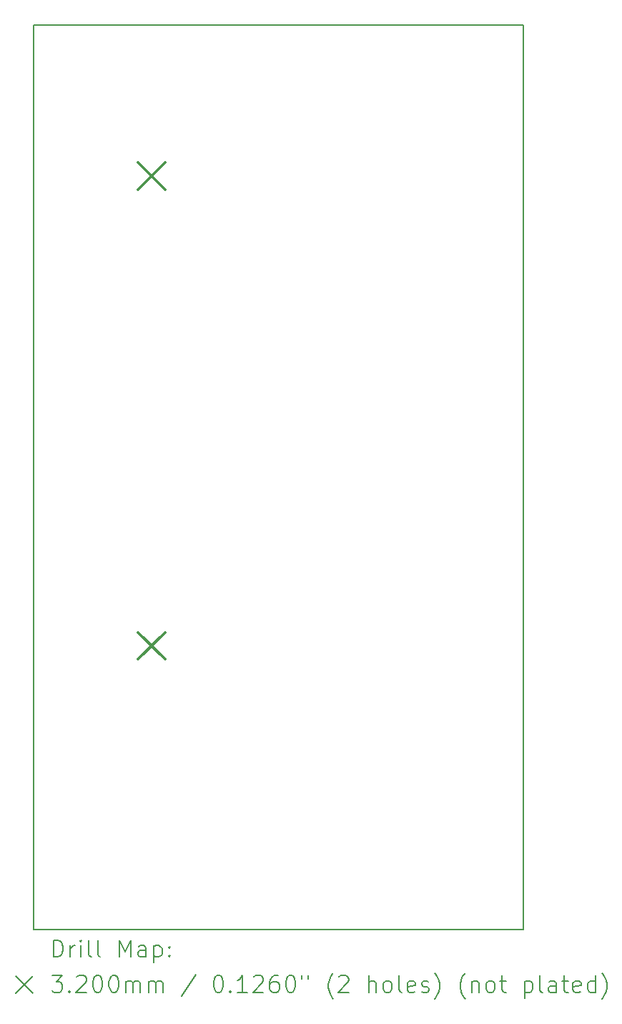
<source format=gbr>
%TF.GenerationSoftware,KiCad,Pcbnew,7.0.2*%
%TF.CreationDate,2023-07-06T08:05:11-07:00*%
%TF.ProjectId,LoRaWan_Bridge_w_Battery_CC1101flow,4c6f5261-5761-46e5-9f42-72696467655f,rev?*%
%TF.SameCoordinates,Original*%
%TF.FileFunction,Drillmap*%
%TF.FilePolarity,Positive*%
%FSLAX45Y45*%
G04 Gerber Fmt 4.5, Leading zero omitted, Abs format (unit mm)*
G04 Created by KiCad (PCBNEW 7.0.2) date 2023-07-06 08:05:11*
%MOMM*%
%LPD*%
G01*
G04 APERTURE LIST*
%ADD10C,0.200000*%
%ADD11C,0.320000*%
G04 APERTURE END LIST*
D10*
X8885600Y-3716000D02*
X14685600Y-3716000D01*
X14685600Y-14416000D01*
X8885600Y-14416000D01*
X8885600Y-3716000D01*
D11*
X10127000Y-5337500D02*
X10447000Y-5657500D01*
X10447000Y-5337500D02*
X10127000Y-5657500D01*
X10127000Y-10899000D02*
X10447000Y-11219000D01*
X10447000Y-10899000D02*
X10127000Y-11219000D01*
D10*
X9123219Y-14738524D02*
X9123219Y-14538524D01*
X9123219Y-14538524D02*
X9170838Y-14538524D01*
X9170838Y-14538524D02*
X9199410Y-14548048D01*
X9199410Y-14548048D02*
X9218457Y-14567095D01*
X9218457Y-14567095D02*
X9227981Y-14586143D01*
X9227981Y-14586143D02*
X9237505Y-14624238D01*
X9237505Y-14624238D02*
X9237505Y-14652809D01*
X9237505Y-14652809D02*
X9227981Y-14690905D01*
X9227981Y-14690905D02*
X9218457Y-14709952D01*
X9218457Y-14709952D02*
X9199410Y-14729000D01*
X9199410Y-14729000D02*
X9170838Y-14738524D01*
X9170838Y-14738524D02*
X9123219Y-14738524D01*
X9323219Y-14738524D02*
X9323219Y-14605190D01*
X9323219Y-14643286D02*
X9332743Y-14624238D01*
X9332743Y-14624238D02*
X9342267Y-14614714D01*
X9342267Y-14614714D02*
X9361314Y-14605190D01*
X9361314Y-14605190D02*
X9380362Y-14605190D01*
X9447029Y-14738524D02*
X9447029Y-14605190D01*
X9447029Y-14538524D02*
X9437505Y-14548048D01*
X9437505Y-14548048D02*
X9447029Y-14557571D01*
X9447029Y-14557571D02*
X9456552Y-14548048D01*
X9456552Y-14548048D02*
X9447029Y-14538524D01*
X9447029Y-14538524D02*
X9447029Y-14557571D01*
X9570838Y-14738524D02*
X9551790Y-14729000D01*
X9551790Y-14729000D02*
X9542267Y-14709952D01*
X9542267Y-14709952D02*
X9542267Y-14538524D01*
X9675600Y-14738524D02*
X9656552Y-14729000D01*
X9656552Y-14729000D02*
X9647029Y-14709952D01*
X9647029Y-14709952D02*
X9647029Y-14538524D01*
X9904171Y-14738524D02*
X9904171Y-14538524D01*
X9904171Y-14538524D02*
X9970838Y-14681381D01*
X9970838Y-14681381D02*
X10037505Y-14538524D01*
X10037505Y-14538524D02*
X10037505Y-14738524D01*
X10218457Y-14738524D02*
X10218457Y-14633762D01*
X10218457Y-14633762D02*
X10208933Y-14614714D01*
X10208933Y-14614714D02*
X10189886Y-14605190D01*
X10189886Y-14605190D02*
X10151790Y-14605190D01*
X10151790Y-14605190D02*
X10132743Y-14614714D01*
X10218457Y-14729000D02*
X10199410Y-14738524D01*
X10199410Y-14738524D02*
X10151790Y-14738524D01*
X10151790Y-14738524D02*
X10132743Y-14729000D01*
X10132743Y-14729000D02*
X10123219Y-14709952D01*
X10123219Y-14709952D02*
X10123219Y-14690905D01*
X10123219Y-14690905D02*
X10132743Y-14671857D01*
X10132743Y-14671857D02*
X10151790Y-14662333D01*
X10151790Y-14662333D02*
X10199410Y-14662333D01*
X10199410Y-14662333D02*
X10218457Y-14652809D01*
X10313695Y-14605190D02*
X10313695Y-14805190D01*
X10313695Y-14614714D02*
X10332743Y-14605190D01*
X10332743Y-14605190D02*
X10370838Y-14605190D01*
X10370838Y-14605190D02*
X10389886Y-14614714D01*
X10389886Y-14614714D02*
X10399410Y-14624238D01*
X10399410Y-14624238D02*
X10408933Y-14643286D01*
X10408933Y-14643286D02*
X10408933Y-14700428D01*
X10408933Y-14700428D02*
X10399410Y-14719476D01*
X10399410Y-14719476D02*
X10389886Y-14729000D01*
X10389886Y-14729000D02*
X10370838Y-14738524D01*
X10370838Y-14738524D02*
X10332743Y-14738524D01*
X10332743Y-14738524D02*
X10313695Y-14729000D01*
X10494648Y-14719476D02*
X10504171Y-14729000D01*
X10504171Y-14729000D02*
X10494648Y-14738524D01*
X10494648Y-14738524D02*
X10485124Y-14729000D01*
X10485124Y-14729000D02*
X10494648Y-14719476D01*
X10494648Y-14719476D02*
X10494648Y-14738524D01*
X10494648Y-14614714D02*
X10504171Y-14624238D01*
X10504171Y-14624238D02*
X10494648Y-14633762D01*
X10494648Y-14633762D02*
X10485124Y-14624238D01*
X10485124Y-14624238D02*
X10494648Y-14614714D01*
X10494648Y-14614714D02*
X10494648Y-14633762D01*
X8675600Y-14966000D02*
X8875600Y-15166000D01*
X8875600Y-14966000D02*
X8675600Y-15166000D01*
X9104171Y-14958524D02*
X9227981Y-14958524D01*
X9227981Y-14958524D02*
X9161314Y-15034714D01*
X9161314Y-15034714D02*
X9189886Y-15034714D01*
X9189886Y-15034714D02*
X9208933Y-15044238D01*
X9208933Y-15044238D02*
X9218457Y-15053762D01*
X9218457Y-15053762D02*
X9227981Y-15072809D01*
X9227981Y-15072809D02*
X9227981Y-15120428D01*
X9227981Y-15120428D02*
X9218457Y-15139476D01*
X9218457Y-15139476D02*
X9208933Y-15149000D01*
X9208933Y-15149000D02*
X9189886Y-15158524D01*
X9189886Y-15158524D02*
X9132743Y-15158524D01*
X9132743Y-15158524D02*
X9113695Y-15149000D01*
X9113695Y-15149000D02*
X9104171Y-15139476D01*
X9313695Y-15139476D02*
X9323219Y-15149000D01*
X9323219Y-15149000D02*
X9313695Y-15158524D01*
X9313695Y-15158524D02*
X9304171Y-15149000D01*
X9304171Y-15149000D02*
X9313695Y-15139476D01*
X9313695Y-15139476D02*
X9313695Y-15158524D01*
X9399410Y-14977571D02*
X9408933Y-14968048D01*
X9408933Y-14968048D02*
X9427981Y-14958524D01*
X9427981Y-14958524D02*
X9475600Y-14958524D01*
X9475600Y-14958524D02*
X9494648Y-14968048D01*
X9494648Y-14968048D02*
X9504171Y-14977571D01*
X9504171Y-14977571D02*
X9513695Y-14996619D01*
X9513695Y-14996619D02*
X9513695Y-15015667D01*
X9513695Y-15015667D02*
X9504171Y-15044238D01*
X9504171Y-15044238D02*
X9389886Y-15158524D01*
X9389886Y-15158524D02*
X9513695Y-15158524D01*
X9637505Y-14958524D02*
X9656552Y-14958524D01*
X9656552Y-14958524D02*
X9675600Y-14968048D01*
X9675600Y-14968048D02*
X9685124Y-14977571D01*
X9685124Y-14977571D02*
X9694648Y-14996619D01*
X9694648Y-14996619D02*
X9704171Y-15034714D01*
X9704171Y-15034714D02*
X9704171Y-15082333D01*
X9704171Y-15082333D02*
X9694648Y-15120428D01*
X9694648Y-15120428D02*
X9685124Y-15139476D01*
X9685124Y-15139476D02*
X9675600Y-15149000D01*
X9675600Y-15149000D02*
X9656552Y-15158524D01*
X9656552Y-15158524D02*
X9637505Y-15158524D01*
X9637505Y-15158524D02*
X9618457Y-15149000D01*
X9618457Y-15149000D02*
X9608933Y-15139476D01*
X9608933Y-15139476D02*
X9599410Y-15120428D01*
X9599410Y-15120428D02*
X9589886Y-15082333D01*
X9589886Y-15082333D02*
X9589886Y-15034714D01*
X9589886Y-15034714D02*
X9599410Y-14996619D01*
X9599410Y-14996619D02*
X9608933Y-14977571D01*
X9608933Y-14977571D02*
X9618457Y-14968048D01*
X9618457Y-14968048D02*
X9637505Y-14958524D01*
X9827981Y-14958524D02*
X9847029Y-14958524D01*
X9847029Y-14958524D02*
X9866076Y-14968048D01*
X9866076Y-14968048D02*
X9875600Y-14977571D01*
X9875600Y-14977571D02*
X9885124Y-14996619D01*
X9885124Y-14996619D02*
X9894648Y-15034714D01*
X9894648Y-15034714D02*
X9894648Y-15082333D01*
X9894648Y-15082333D02*
X9885124Y-15120428D01*
X9885124Y-15120428D02*
X9875600Y-15139476D01*
X9875600Y-15139476D02*
X9866076Y-15149000D01*
X9866076Y-15149000D02*
X9847029Y-15158524D01*
X9847029Y-15158524D02*
X9827981Y-15158524D01*
X9827981Y-15158524D02*
X9808933Y-15149000D01*
X9808933Y-15149000D02*
X9799410Y-15139476D01*
X9799410Y-15139476D02*
X9789886Y-15120428D01*
X9789886Y-15120428D02*
X9780362Y-15082333D01*
X9780362Y-15082333D02*
X9780362Y-15034714D01*
X9780362Y-15034714D02*
X9789886Y-14996619D01*
X9789886Y-14996619D02*
X9799410Y-14977571D01*
X9799410Y-14977571D02*
X9808933Y-14968048D01*
X9808933Y-14968048D02*
X9827981Y-14958524D01*
X9980362Y-15158524D02*
X9980362Y-15025190D01*
X9980362Y-15044238D02*
X9989886Y-15034714D01*
X9989886Y-15034714D02*
X10008933Y-15025190D01*
X10008933Y-15025190D02*
X10037505Y-15025190D01*
X10037505Y-15025190D02*
X10056552Y-15034714D01*
X10056552Y-15034714D02*
X10066076Y-15053762D01*
X10066076Y-15053762D02*
X10066076Y-15158524D01*
X10066076Y-15053762D02*
X10075600Y-15034714D01*
X10075600Y-15034714D02*
X10094648Y-15025190D01*
X10094648Y-15025190D02*
X10123219Y-15025190D01*
X10123219Y-15025190D02*
X10142267Y-15034714D01*
X10142267Y-15034714D02*
X10151791Y-15053762D01*
X10151791Y-15053762D02*
X10151791Y-15158524D01*
X10247029Y-15158524D02*
X10247029Y-15025190D01*
X10247029Y-15044238D02*
X10256552Y-15034714D01*
X10256552Y-15034714D02*
X10275600Y-15025190D01*
X10275600Y-15025190D02*
X10304172Y-15025190D01*
X10304172Y-15025190D02*
X10323219Y-15034714D01*
X10323219Y-15034714D02*
X10332743Y-15053762D01*
X10332743Y-15053762D02*
X10332743Y-15158524D01*
X10332743Y-15053762D02*
X10342267Y-15034714D01*
X10342267Y-15034714D02*
X10361314Y-15025190D01*
X10361314Y-15025190D02*
X10389886Y-15025190D01*
X10389886Y-15025190D02*
X10408933Y-15034714D01*
X10408933Y-15034714D02*
X10418457Y-15053762D01*
X10418457Y-15053762D02*
X10418457Y-15158524D01*
X10808933Y-14949000D02*
X10637505Y-15206143D01*
X11066076Y-14958524D02*
X11085124Y-14958524D01*
X11085124Y-14958524D02*
X11104172Y-14968048D01*
X11104172Y-14968048D02*
X11113695Y-14977571D01*
X11113695Y-14977571D02*
X11123219Y-14996619D01*
X11123219Y-14996619D02*
X11132743Y-15034714D01*
X11132743Y-15034714D02*
X11132743Y-15082333D01*
X11132743Y-15082333D02*
X11123219Y-15120428D01*
X11123219Y-15120428D02*
X11113695Y-15139476D01*
X11113695Y-15139476D02*
X11104172Y-15149000D01*
X11104172Y-15149000D02*
X11085124Y-15158524D01*
X11085124Y-15158524D02*
X11066076Y-15158524D01*
X11066076Y-15158524D02*
X11047029Y-15149000D01*
X11047029Y-15149000D02*
X11037505Y-15139476D01*
X11037505Y-15139476D02*
X11027981Y-15120428D01*
X11027981Y-15120428D02*
X11018457Y-15082333D01*
X11018457Y-15082333D02*
X11018457Y-15034714D01*
X11018457Y-15034714D02*
X11027981Y-14996619D01*
X11027981Y-14996619D02*
X11037505Y-14977571D01*
X11037505Y-14977571D02*
X11047029Y-14968048D01*
X11047029Y-14968048D02*
X11066076Y-14958524D01*
X11218457Y-15139476D02*
X11227981Y-15149000D01*
X11227981Y-15149000D02*
X11218457Y-15158524D01*
X11218457Y-15158524D02*
X11208933Y-15149000D01*
X11208933Y-15149000D02*
X11218457Y-15139476D01*
X11218457Y-15139476D02*
X11218457Y-15158524D01*
X11418457Y-15158524D02*
X11304172Y-15158524D01*
X11361314Y-15158524D02*
X11361314Y-14958524D01*
X11361314Y-14958524D02*
X11342267Y-14987095D01*
X11342267Y-14987095D02*
X11323219Y-15006143D01*
X11323219Y-15006143D02*
X11304172Y-15015667D01*
X11494648Y-14977571D02*
X11504172Y-14968048D01*
X11504172Y-14968048D02*
X11523219Y-14958524D01*
X11523219Y-14958524D02*
X11570838Y-14958524D01*
X11570838Y-14958524D02*
X11589886Y-14968048D01*
X11589886Y-14968048D02*
X11599410Y-14977571D01*
X11599410Y-14977571D02*
X11608933Y-14996619D01*
X11608933Y-14996619D02*
X11608933Y-15015667D01*
X11608933Y-15015667D02*
X11599410Y-15044238D01*
X11599410Y-15044238D02*
X11485124Y-15158524D01*
X11485124Y-15158524D02*
X11608933Y-15158524D01*
X11780362Y-14958524D02*
X11742267Y-14958524D01*
X11742267Y-14958524D02*
X11723219Y-14968048D01*
X11723219Y-14968048D02*
X11713695Y-14977571D01*
X11713695Y-14977571D02*
X11694648Y-15006143D01*
X11694648Y-15006143D02*
X11685124Y-15044238D01*
X11685124Y-15044238D02*
X11685124Y-15120428D01*
X11685124Y-15120428D02*
X11694648Y-15139476D01*
X11694648Y-15139476D02*
X11704172Y-15149000D01*
X11704172Y-15149000D02*
X11723219Y-15158524D01*
X11723219Y-15158524D02*
X11761314Y-15158524D01*
X11761314Y-15158524D02*
X11780362Y-15149000D01*
X11780362Y-15149000D02*
X11789886Y-15139476D01*
X11789886Y-15139476D02*
X11799410Y-15120428D01*
X11799410Y-15120428D02*
X11799410Y-15072809D01*
X11799410Y-15072809D02*
X11789886Y-15053762D01*
X11789886Y-15053762D02*
X11780362Y-15044238D01*
X11780362Y-15044238D02*
X11761314Y-15034714D01*
X11761314Y-15034714D02*
X11723219Y-15034714D01*
X11723219Y-15034714D02*
X11704172Y-15044238D01*
X11704172Y-15044238D02*
X11694648Y-15053762D01*
X11694648Y-15053762D02*
X11685124Y-15072809D01*
X11923219Y-14958524D02*
X11942267Y-14958524D01*
X11942267Y-14958524D02*
X11961314Y-14968048D01*
X11961314Y-14968048D02*
X11970838Y-14977571D01*
X11970838Y-14977571D02*
X11980362Y-14996619D01*
X11980362Y-14996619D02*
X11989886Y-15034714D01*
X11989886Y-15034714D02*
X11989886Y-15082333D01*
X11989886Y-15082333D02*
X11980362Y-15120428D01*
X11980362Y-15120428D02*
X11970838Y-15139476D01*
X11970838Y-15139476D02*
X11961314Y-15149000D01*
X11961314Y-15149000D02*
X11942267Y-15158524D01*
X11942267Y-15158524D02*
X11923219Y-15158524D01*
X11923219Y-15158524D02*
X11904172Y-15149000D01*
X11904172Y-15149000D02*
X11894648Y-15139476D01*
X11894648Y-15139476D02*
X11885124Y-15120428D01*
X11885124Y-15120428D02*
X11875600Y-15082333D01*
X11875600Y-15082333D02*
X11875600Y-15034714D01*
X11875600Y-15034714D02*
X11885124Y-14996619D01*
X11885124Y-14996619D02*
X11894648Y-14977571D01*
X11894648Y-14977571D02*
X11904172Y-14968048D01*
X11904172Y-14968048D02*
X11923219Y-14958524D01*
X12066076Y-14958524D02*
X12066076Y-14996619D01*
X12142267Y-14958524D02*
X12142267Y-14996619D01*
X12437505Y-15234714D02*
X12427981Y-15225190D01*
X12427981Y-15225190D02*
X12408934Y-15196619D01*
X12408934Y-15196619D02*
X12399410Y-15177571D01*
X12399410Y-15177571D02*
X12389886Y-15149000D01*
X12389886Y-15149000D02*
X12380362Y-15101381D01*
X12380362Y-15101381D02*
X12380362Y-15063286D01*
X12380362Y-15063286D02*
X12389886Y-15015667D01*
X12389886Y-15015667D02*
X12399410Y-14987095D01*
X12399410Y-14987095D02*
X12408934Y-14968048D01*
X12408934Y-14968048D02*
X12427981Y-14939476D01*
X12427981Y-14939476D02*
X12437505Y-14929952D01*
X12504172Y-14977571D02*
X12513695Y-14968048D01*
X12513695Y-14968048D02*
X12532743Y-14958524D01*
X12532743Y-14958524D02*
X12580362Y-14958524D01*
X12580362Y-14958524D02*
X12599410Y-14968048D01*
X12599410Y-14968048D02*
X12608934Y-14977571D01*
X12608934Y-14977571D02*
X12618457Y-14996619D01*
X12618457Y-14996619D02*
X12618457Y-15015667D01*
X12618457Y-15015667D02*
X12608934Y-15044238D01*
X12608934Y-15044238D02*
X12494648Y-15158524D01*
X12494648Y-15158524D02*
X12618457Y-15158524D01*
X12856553Y-15158524D02*
X12856553Y-14958524D01*
X12942267Y-15158524D02*
X12942267Y-15053762D01*
X12942267Y-15053762D02*
X12932743Y-15034714D01*
X12932743Y-15034714D02*
X12913696Y-15025190D01*
X12913696Y-15025190D02*
X12885124Y-15025190D01*
X12885124Y-15025190D02*
X12866076Y-15034714D01*
X12866076Y-15034714D02*
X12856553Y-15044238D01*
X13066076Y-15158524D02*
X13047029Y-15149000D01*
X13047029Y-15149000D02*
X13037505Y-15139476D01*
X13037505Y-15139476D02*
X13027981Y-15120428D01*
X13027981Y-15120428D02*
X13027981Y-15063286D01*
X13027981Y-15063286D02*
X13037505Y-15044238D01*
X13037505Y-15044238D02*
X13047029Y-15034714D01*
X13047029Y-15034714D02*
X13066076Y-15025190D01*
X13066076Y-15025190D02*
X13094648Y-15025190D01*
X13094648Y-15025190D02*
X13113696Y-15034714D01*
X13113696Y-15034714D02*
X13123219Y-15044238D01*
X13123219Y-15044238D02*
X13132743Y-15063286D01*
X13132743Y-15063286D02*
X13132743Y-15120428D01*
X13132743Y-15120428D02*
X13123219Y-15139476D01*
X13123219Y-15139476D02*
X13113696Y-15149000D01*
X13113696Y-15149000D02*
X13094648Y-15158524D01*
X13094648Y-15158524D02*
X13066076Y-15158524D01*
X13247029Y-15158524D02*
X13227981Y-15149000D01*
X13227981Y-15149000D02*
X13218457Y-15129952D01*
X13218457Y-15129952D02*
X13218457Y-14958524D01*
X13399410Y-15149000D02*
X13380362Y-15158524D01*
X13380362Y-15158524D02*
X13342267Y-15158524D01*
X13342267Y-15158524D02*
X13323219Y-15149000D01*
X13323219Y-15149000D02*
X13313696Y-15129952D01*
X13313696Y-15129952D02*
X13313696Y-15053762D01*
X13313696Y-15053762D02*
X13323219Y-15034714D01*
X13323219Y-15034714D02*
X13342267Y-15025190D01*
X13342267Y-15025190D02*
X13380362Y-15025190D01*
X13380362Y-15025190D02*
X13399410Y-15034714D01*
X13399410Y-15034714D02*
X13408934Y-15053762D01*
X13408934Y-15053762D02*
X13408934Y-15072809D01*
X13408934Y-15072809D02*
X13313696Y-15091857D01*
X13485124Y-15149000D02*
X13504172Y-15158524D01*
X13504172Y-15158524D02*
X13542267Y-15158524D01*
X13542267Y-15158524D02*
X13561315Y-15149000D01*
X13561315Y-15149000D02*
X13570838Y-15129952D01*
X13570838Y-15129952D02*
X13570838Y-15120428D01*
X13570838Y-15120428D02*
X13561315Y-15101381D01*
X13561315Y-15101381D02*
X13542267Y-15091857D01*
X13542267Y-15091857D02*
X13513696Y-15091857D01*
X13513696Y-15091857D02*
X13494648Y-15082333D01*
X13494648Y-15082333D02*
X13485124Y-15063286D01*
X13485124Y-15063286D02*
X13485124Y-15053762D01*
X13485124Y-15053762D02*
X13494648Y-15034714D01*
X13494648Y-15034714D02*
X13513696Y-15025190D01*
X13513696Y-15025190D02*
X13542267Y-15025190D01*
X13542267Y-15025190D02*
X13561315Y-15034714D01*
X13637505Y-15234714D02*
X13647029Y-15225190D01*
X13647029Y-15225190D02*
X13666077Y-15196619D01*
X13666077Y-15196619D02*
X13675600Y-15177571D01*
X13675600Y-15177571D02*
X13685124Y-15149000D01*
X13685124Y-15149000D02*
X13694648Y-15101381D01*
X13694648Y-15101381D02*
X13694648Y-15063286D01*
X13694648Y-15063286D02*
X13685124Y-15015667D01*
X13685124Y-15015667D02*
X13675600Y-14987095D01*
X13675600Y-14987095D02*
X13666077Y-14968048D01*
X13666077Y-14968048D02*
X13647029Y-14939476D01*
X13647029Y-14939476D02*
X13637505Y-14929952D01*
X13999410Y-15234714D02*
X13989886Y-15225190D01*
X13989886Y-15225190D02*
X13970838Y-15196619D01*
X13970838Y-15196619D02*
X13961315Y-15177571D01*
X13961315Y-15177571D02*
X13951791Y-15149000D01*
X13951791Y-15149000D02*
X13942267Y-15101381D01*
X13942267Y-15101381D02*
X13942267Y-15063286D01*
X13942267Y-15063286D02*
X13951791Y-15015667D01*
X13951791Y-15015667D02*
X13961315Y-14987095D01*
X13961315Y-14987095D02*
X13970838Y-14968048D01*
X13970838Y-14968048D02*
X13989886Y-14939476D01*
X13989886Y-14939476D02*
X13999410Y-14929952D01*
X14075600Y-15025190D02*
X14075600Y-15158524D01*
X14075600Y-15044238D02*
X14085124Y-15034714D01*
X14085124Y-15034714D02*
X14104172Y-15025190D01*
X14104172Y-15025190D02*
X14132743Y-15025190D01*
X14132743Y-15025190D02*
X14151791Y-15034714D01*
X14151791Y-15034714D02*
X14161315Y-15053762D01*
X14161315Y-15053762D02*
X14161315Y-15158524D01*
X14285124Y-15158524D02*
X14266077Y-15149000D01*
X14266077Y-15149000D02*
X14256553Y-15139476D01*
X14256553Y-15139476D02*
X14247029Y-15120428D01*
X14247029Y-15120428D02*
X14247029Y-15063286D01*
X14247029Y-15063286D02*
X14256553Y-15044238D01*
X14256553Y-15044238D02*
X14266077Y-15034714D01*
X14266077Y-15034714D02*
X14285124Y-15025190D01*
X14285124Y-15025190D02*
X14313696Y-15025190D01*
X14313696Y-15025190D02*
X14332743Y-15034714D01*
X14332743Y-15034714D02*
X14342267Y-15044238D01*
X14342267Y-15044238D02*
X14351791Y-15063286D01*
X14351791Y-15063286D02*
X14351791Y-15120428D01*
X14351791Y-15120428D02*
X14342267Y-15139476D01*
X14342267Y-15139476D02*
X14332743Y-15149000D01*
X14332743Y-15149000D02*
X14313696Y-15158524D01*
X14313696Y-15158524D02*
X14285124Y-15158524D01*
X14408934Y-15025190D02*
X14485124Y-15025190D01*
X14437505Y-14958524D02*
X14437505Y-15129952D01*
X14437505Y-15129952D02*
X14447029Y-15149000D01*
X14447029Y-15149000D02*
X14466077Y-15158524D01*
X14466077Y-15158524D02*
X14485124Y-15158524D01*
X14704172Y-15025190D02*
X14704172Y-15225190D01*
X14704172Y-15034714D02*
X14723219Y-15025190D01*
X14723219Y-15025190D02*
X14761315Y-15025190D01*
X14761315Y-15025190D02*
X14780362Y-15034714D01*
X14780362Y-15034714D02*
X14789886Y-15044238D01*
X14789886Y-15044238D02*
X14799410Y-15063286D01*
X14799410Y-15063286D02*
X14799410Y-15120428D01*
X14799410Y-15120428D02*
X14789886Y-15139476D01*
X14789886Y-15139476D02*
X14780362Y-15149000D01*
X14780362Y-15149000D02*
X14761315Y-15158524D01*
X14761315Y-15158524D02*
X14723219Y-15158524D01*
X14723219Y-15158524D02*
X14704172Y-15149000D01*
X14913696Y-15158524D02*
X14894648Y-15149000D01*
X14894648Y-15149000D02*
X14885124Y-15129952D01*
X14885124Y-15129952D02*
X14885124Y-14958524D01*
X15075600Y-15158524D02*
X15075600Y-15053762D01*
X15075600Y-15053762D02*
X15066077Y-15034714D01*
X15066077Y-15034714D02*
X15047029Y-15025190D01*
X15047029Y-15025190D02*
X15008934Y-15025190D01*
X15008934Y-15025190D02*
X14989886Y-15034714D01*
X15075600Y-15149000D02*
X15056553Y-15158524D01*
X15056553Y-15158524D02*
X15008934Y-15158524D01*
X15008934Y-15158524D02*
X14989886Y-15149000D01*
X14989886Y-15149000D02*
X14980362Y-15129952D01*
X14980362Y-15129952D02*
X14980362Y-15110905D01*
X14980362Y-15110905D02*
X14989886Y-15091857D01*
X14989886Y-15091857D02*
X15008934Y-15082333D01*
X15008934Y-15082333D02*
X15056553Y-15082333D01*
X15056553Y-15082333D02*
X15075600Y-15072809D01*
X15142267Y-15025190D02*
X15218458Y-15025190D01*
X15170839Y-14958524D02*
X15170839Y-15129952D01*
X15170839Y-15129952D02*
X15180362Y-15149000D01*
X15180362Y-15149000D02*
X15199410Y-15158524D01*
X15199410Y-15158524D02*
X15218458Y-15158524D01*
X15361315Y-15149000D02*
X15342267Y-15158524D01*
X15342267Y-15158524D02*
X15304172Y-15158524D01*
X15304172Y-15158524D02*
X15285124Y-15149000D01*
X15285124Y-15149000D02*
X15275600Y-15129952D01*
X15275600Y-15129952D02*
X15275600Y-15053762D01*
X15275600Y-15053762D02*
X15285124Y-15034714D01*
X15285124Y-15034714D02*
X15304172Y-15025190D01*
X15304172Y-15025190D02*
X15342267Y-15025190D01*
X15342267Y-15025190D02*
X15361315Y-15034714D01*
X15361315Y-15034714D02*
X15370839Y-15053762D01*
X15370839Y-15053762D02*
X15370839Y-15072809D01*
X15370839Y-15072809D02*
X15275600Y-15091857D01*
X15542267Y-15158524D02*
X15542267Y-14958524D01*
X15542267Y-15149000D02*
X15523220Y-15158524D01*
X15523220Y-15158524D02*
X15485124Y-15158524D01*
X15485124Y-15158524D02*
X15466077Y-15149000D01*
X15466077Y-15149000D02*
X15456553Y-15139476D01*
X15456553Y-15139476D02*
X15447029Y-15120428D01*
X15447029Y-15120428D02*
X15447029Y-15063286D01*
X15447029Y-15063286D02*
X15456553Y-15044238D01*
X15456553Y-15044238D02*
X15466077Y-15034714D01*
X15466077Y-15034714D02*
X15485124Y-15025190D01*
X15485124Y-15025190D02*
X15523220Y-15025190D01*
X15523220Y-15025190D02*
X15542267Y-15034714D01*
X15618458Y-15234714D02*
X15627981Y-15225190D01*
X15627981Y-15225190D02*
X15647029Y-15196619D01*
X15647029Y-15196619D02*
X15656553Y-15177571D01*
X15656553Y-15177571D02*
X15666077Y-15149000D01*
X15666077Y-15149000D02*
X15675600Y-15101381D01*
X15675600Y-15101381D02*
X15675600Y-15063286D01*
X15675600Y-15063286D02*
X15666077Y-15015667D01*
X15666077Y-15015667D02*
X15656553Y-14987095D01*
X15656553Y-14987095D02*
X15647029Y-14968048D01*
X15647029Y-14968048D02*
X15627981Y-14939476D01*
X15627981Y-14939476D02*
X15618458Y-14929952D01*
M02*

</source>
